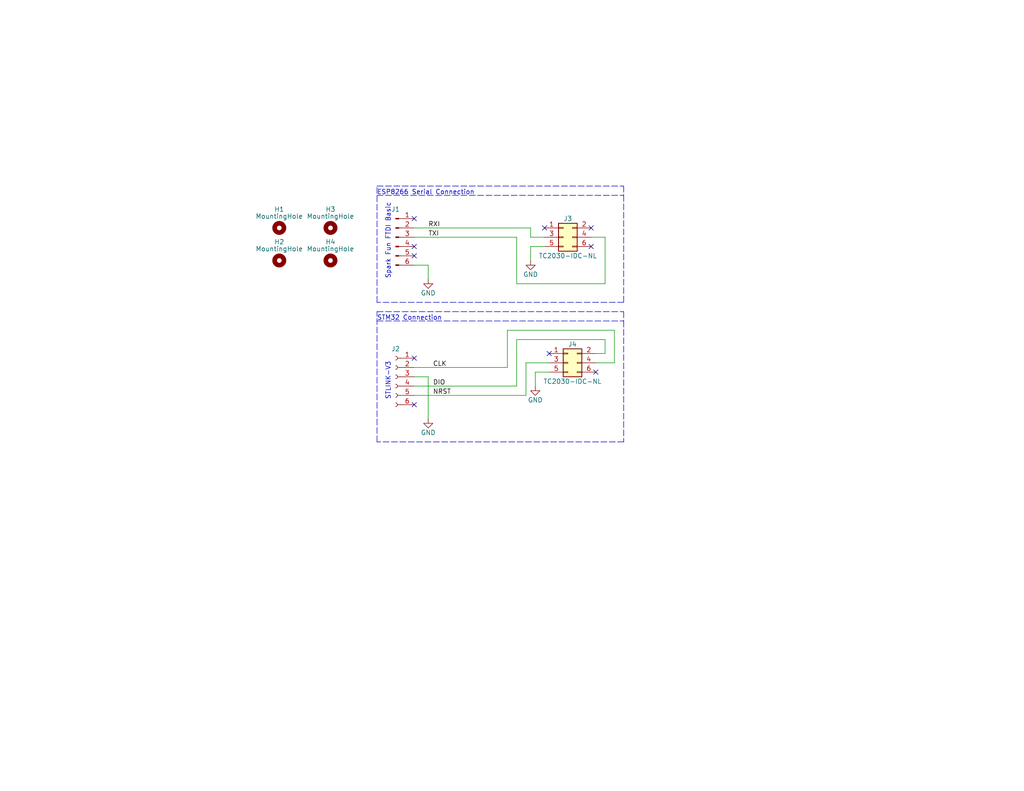
<source format=kicad_sch>
(kicad_sch (version 20211123) (generator eeschema)
  (paper "A")
  (title_block (title "Tag-Connect Breakout PCB") (date "2022-02-13") (company "erry Leumas"))
  (lib_symbols
    (symbol "Connector:Conn_01x06_Female" (pin_names (offset 1.016) hide)
      (property "Reference" "J" (at 0 7.62 0))
      (property "Value" "Conn_01x06_Female" (at 0 -10.16 0))
      (symbol "Conn_01x06_Female_1_1"
        (arc (start 0 -7.112) (mid -0.508 -7.62) (end 0 -8.128) (stroke (width 0.1524)))
        (arc (start 0 -4.572) (mid -0.508 -5.08) (end 0 -5.588) (stroke (width 0.1524)))
        (arc (start 0 -2.032) (mid -0.508 -2.54) (end 0 -3.048) (stroke (width 0.1524)))
        (polyline (pts (xy -1.27 -7.62) (xy -0.508 -7.62)) (stroke (width 0.1524)))
        (polyline (pts (xy -1.27 -5.08) (xy -0.508 -5.08)) (stroke (width 0.1524)))
        (polyline (pts (xy -1.27 -2.54) (xy -0.508 -2.54)) (stroke (width 0.1524)))
        (polyline (pts (xy -1.27 0) (xy -0.508 0)) (stroke (width 0.1524)))
        (polyline (pts (xy -1.27 2.54) (xy -0.508 2.54)) (stroke (width 0.1524)))
        (polyline (pts (xy -1.27 5.08) (xy -0.508 5.08)) (stroke (width 0.1524)))
        (arc (start 0 0.508) (mid -0.508 0) (end 0 -0.508) (stroke (width 0.1524)))
        (arc (start 0 3.048) (mid -0.508 2.54) (end 0 2.032) (stroke (width 0.1524)))
        (arc (start 0 5.588) (mid -0.508 5.08) (end 0 4.572) (stroke (width 0.1524)))
        (pin passive line (at -5.08 5.08 0) (length 3.81) (name "Pin_1") (number "1"))
        (pin passive line (at -5.08 2.54 0) (length 3.81) (name "Pin_2") (number "2"))
        (pin passive line (at -5.08 0 0) (length 3.81) (name "Pin_3") (number "3"))
        (pin passive line (at -5.08 -2.54 0) (length 3.81) (name "Pin_4") (number "4"))
        (pin passive line (at -5.08 -5.08 0) (length 3.81) (name "Pin_5") (number "5"))
        (pin passive line (at -5.08 -7.62 0) (length 3.81) (name "Pin_6") (number "6"))
      )
    )
    (symbol "Connector:Conn_01x06_Male" (pin_names (offset 1.016) hide)
      (property "Reference" "J" (at 0 7.62 0))
      (property "Value" "Conn_01x06_Male" (at 0 -10.16 0))
      (symbol "Conn_01x06_Male_1_1"
        (polyline (pts (xy 1.27 -7.62) (xy 0.8636 -7.62)) (stroke (width 0.1524)))
        (polyline (pts (xy 1.27 -5.08) (xy 0.8636 -5.08)) (stroke (width 0.1524)))
        (polyline (pts (xy 1.27 -2.54) (xy 0.8636 -2.54)) (stroke (width 0.1524)))
        (polyline (pts (xy 1.27 0) (xy 0.8636 0)) (stroke (width 0.1524)))
        (polyline (pts (xy 1.27 2.54) (xy 0.8636 2.54)) (stroke (width 0.1524)))
        (polyline (pts (xy 1.27 5.08) (xy 0.8636 5.08)) (stroke (width 0.1524)))
        (rectangle (start 0.8636 -7.493) (end 0 -7.747) (stroke (width 0.1524)) (fill (type outline)))
        (rectangle (start 0.8636 -4.953) (end 0 -5.207) (stroke (width 0.1524)) (fill (type outline)))
        (rectangle (start 0.8636 -2.413) (end 0 -2.667) (stroke (width 0.1524)) (fill (type outline)))
        (rectangle (start 0.8636 0.127) (end 0 -0.127) (stroke (width 0.1524)) (fill (type outline)))
        (rectangle (start 0.8636 2.667) (end 0 2.413) (stroke (width 0.1524)) (fill (type outline)))
        (rectangle (start 0.8636 5.207) (end 0 4.953) (stroke (width 0.1524)) (fill (type outline)))
        (pin passive line (at 5.08 5.08 180) (length 3.81) (name "Pin_1") (number "1"))
        (pin passive line (at 5.08 2.54 180) (length 3.81) (name "Pin_2") (number "2"))
        (pin passive line (at 5.08 0 180) (length 3.81) (name "Pin_3") (number "3"))
        (pin passive line (at 5.08 -2.54 180) (length 3.81) (name "Pin_4") (number "4"))
        (pin passive line (at 5.08 -5.08 180) (length 3.81) (name "Pin_5") (number "5"))
        (pin passive line (at 5.08 -7.62 180) (length 3.81) (name "Pin_6") (number "6"))
      )
    )
    (symbol "Connector_Generic:Conn_02x03_Odd_Even" (pin_names (offset 1.016) hide)
      (property "Reference" "J" (at 1.27 5.08 0))
      (property "Value" "Conn_02x03_Odd_Even" (at 1.27 -5.08 0))
      (symbol "Conn_02x03_Odd_Even_1_1"
        (rectangle (start -1.27 -2.413) (end 0 -2.667) (stroke (width 0.1524)))
        (rectangle (start -1.27 0.127) (end 0 -0.127) (stroke (width 0.1524)))
        (rectangle (start -1.27 2.667) (end 0 2.413) (stroke (width 0.1524)))
        (rectangle (start -1.27 3.81) (end 3.81 -3.81) (stroke (width 0.254)) (fill (type background)))
        (rectangle (start 3.81 -2.413) (end 2.54 -2.667) (stroke (width 0.1524)))
        (rectangle (start 3.81 0.127) (end 2.54 -0.127) (stroke (width 0.1524)))
        (rectangle (start 3.81 2.667) (end 2.54 2.413) (stroke (width 0.1524)))
        (pin passive line (at -5.08 2.54 0) (length 3.81) (name "Pin_1") (number "1"))
        (pin passive line (at 7.62 2.54 180) (length 3.81) (name "Pin_2") (number "2"))
        (pin passive line (at -5.08 0 0) (length 3.81) (name "Pin_3") (number "3"))
        (pin passive line (at 7.62 0 180) (length 3.81) (name "Pin_4") (number "4"))
        (pin passive line (at -5.08 -2.54 0) (length 3.81) (name "Pin_5") (number "5"))
        (pin passive line (at 7.62 -2.54 180) (length 3.81) (name "Pin_6") (number "6"))
      )
    )
    (symbol "Mechanical:MountingHole" (pin_names (offset 1.016))
      (property "Reference" "H" (at 0 5.08 0))
      (property "Value" "MountingHole" (at 0 3.175 0))
      (symbol "MountingHole_0_1"
        (circle (center 0 0) (radius 1.27) (stroke (width 1.27)))
      )
    )
    (symbol "power:GND" (power) (pin_names (offset 0))
      (property "Value" "GND" (at 0 -3.81 0))
      (symbol "GND_0_1"
        (polyline (pts (xy 0 0) (xy 0 -1.27) (xy 1.27 -1.27) (xy 0 -2.54) (xy -1.27 -1.27) (xy 0 -1.27)))
      )
      (symbol "GND_1_1"
        (pin power_in line (at 0 0 270) (length 0) hide (name "GND") (number "1"))
      )
    )
  )
  (no_connect (at 161.29 67.31))
  (no_connect (at 148.59 62.23))
  (no_connect (at 161.29 62.23))
  (no_connect (at 113.03 67.31))
  (no_connect (at 113.03 59.69))
  (no_connect (at 113.03 69.85))
  (no_connect (at 113.03 110.49))
  (no_connect (at 113.03 97.79))
  (no_connect (at 162.56 101.6))
  (no_connect (at 149.86 96.52))
  (polyline (pts (xy 102.87 53.34) (xy 170.18 53.34)))
  (wire (pts (xy 113.03 64.77) (xy 140.97 64.77)))
  (wire (pts (xy 144.78 71.12) (xy 144.78 67.31)))
  (wire (pts (xy 167.64 99.06) (xy 162.56 99.06)))
  (wire (pts (xy 165.1 64.77) (xy 161.29 64.77)))
  (wire (pts (xy 144.78 62.23) (xy 144.78 64.77)))
  (wire (pts (xy 146.05 105.41) (xy 146.05 101.6)))
  (wire (pts (xy 138.43 100.33) (xy 138.43 90.17)))
  (wire (pts (xy 140.97 92.71) (xy 165.1 92.71)))
  (wire (pts (xy 116.84 102.87) (xy 113.03 102.87)))
  (wire (pts (xy 113.03 100.33) (xy 138.43 100.33)))
  (polyline (pts (xy 170.18 87.63) (xy 170.18 120.65)))
  (wire (pts (xy 143.51 99.06) (xy 149.86 99.06)))
  (polyline (pts (xy 102.87 50.8) (xy 170.18 50.8)))
  (wire (pts (xy 167.64 90.17) (xy 167.64 99.06)))
  (polyline (pts (xy 170.18 50.8) (xy 170.18 53.34)))
  (wire (pts (xy 140.97 105.41) (xy 140.97 92.71)))
  (wire (pts (xy 165.1 77.47) (xy 165.1 64.77)))
  (wire (pts (xy 165.1 92.71) (xy 165.1 96.52)))
  (wire (pts (xy 144.78 64.77) (xy 148.59 64.77)))
  (wire (pts (xy 140.97 77.47) (xy 165.1 77.47)))
  (polyline (pts (xy 170.18 82.55) (xy 102.87 82.55)))
  (wire (pts (xy 113.03 105.41) (xy 140.97 105.41)))
  (wire (pts (xy 113.03 62.23) (xy 144.78 62.23)))
  (wire (pts (xy 143.51 107.95) (xy 143.51 99.06)))
  (wire (pts (xy 140.97 64.77) (xy 140.97 77.47)))
  (wire (pts (xy 113.03 107.95) (xy 143.51 107.95)))
  (polyline (pts (xy 102.87 87.63) (xy 170.18 87.63)))
  (wire (pts (xy 165.1 96.52) (xy 162.56 96.52)))
  (polyline (pts (xy 102.87 82.55) (xy 102.87 50.8)))
  (polyline (pts (xy 170.18 85.09) (xy 170.18 87.63)))
  (polyline (pts (xy 102.87 85.09) (xy 170.18 85.09)))
  (wire (pts (xy 113.03 72.39) (xy 116.84 72.39)))
  (polyline (pts (xy 170.18 53.34) (xy 170.18 82.55)))
  (wire (pts (xy 116.84 114.3) (xy 116.84 102.87)))
  (wire (pts (xy 138.43 90.17) (xy 167.64 90.17)))
  (wire (pts (xy 146.05 101.6) (xy 149.86 101.6)))
  (polyline (pts (xy 170.18 120.65) (xy 102.87 120.65)))
  (wire (pts (xy 116.84 72.39) (xy 116.84 76.2)))
  (polyline (pts (xy 102.87 120.65) (xy 102.87 85.09)))
  (wire (pts (xy 144.78 67.31) (xy 148.59 67.31)))
  (text "Spark Fun FTDI Basic" (at 106.68 76.2 90) (effects (font (size 1.27 1.27)) (justify left bottom)))
  (text "STM32 Connection" (at 102.87 87.63 0) (effects (font (size 1.27 1.27)) (justify left bottom)))
  (text "ESP8266 Serial Connection" (at 102.87 53.34 0) (effects (font (size 1.27 1.27)) (justify left bottom)))
  (text "STLINK-V3 " (at 106.68 109.22 90) (effects (font (size 1.27 1.27)) (justify left bottom)))
  (label "CLK" (at 118.11 100.33 0))
  (label "DIO" (at 118.11 105.41 0))
  (label "RXI" (at 116.84 62.23 0))
  (label "NRST" (at 118.11 107.95 0))
  (label "TXI" (at 116.84 64.77 0))
  (symbol (lib_id "Mechanical:MountingHole") (at 76.2 62.23 0) (unit 1)
    (property "Reference" "H1" (at 76.2 57.15 0))
    (property "Value" "MountingHole" (at 76.2 59.055 0))
    (property "Footprint" "MountingHole:MountingHole_3.2mm_M3" (effects hide))
  )
  (symbol (lib_id "Mechanical:MountingHole") (at 76.2 71.12 0) (unit 1)
    (property "Reference" "H2" (at 76.2 66.04 0))
    (property "Value" "MountingHole" (at 76.2 67.945 0))
    (property "Footprint" "MountingHole:MountingHole_3.2mm_M3" (effects hide))
  )
  (symbol (lib_id "Mechanical:MountingHole") (at 90.17 62.23 0) (unit 1)
    (property "Reference" "H3" (at 90.17 57.15 0))
    (property "Value" "MountingHole" (at 90.17 59.055 0))
    (property "Footprint" "MountingHole:MountingHole_3.2mm_M3" (effects hide))
  )
  (symbol (lib_id "Connector_Generic:Conn_02x03_Odd_Even") (at 153.67 64.77 0) (unit 1)
    (property "Reference" "J3" (at 154.94 59.69 0))
    (property "Value" "TC2030-IDC-NL" (at 154.94 69.85 0))
    (property "Footprint" "Connector_PinHeader_2.54mm:PinHeader_2x03_P2.54mm_Vertical" (effects hide))
  )
  (symbol (lib_id "Mechanical:MountingHole") (at 90.17 71.12 0) (unit 1)
    (property "Reference" "H4" (at 90.17 66.04 0))
    (property "Value" "MountingHole" (at 90.17 67.945 0))
    (property "Footprint" "MountingHole:MountingHole_3.2mm_M3" (effects hide))
  )
  (symbol (lib_id "power:GND") (at 116.84 114.3 0) (unit 1)
    (property "Reference" "#PWR02" (effects hide))
    (property "Value" "GND" (at 116.84 118.11 0))
  )
  (symbol (lib_id "Connector:Conn_01x06_Female") (at 107.95 102.87 0) (mirror y) (unit 1)
    (property "Reference" "J2" (at 107.95 95.25 0))
    (property "Value" "Conn_01x06_Female" (effects hide))
    (property "Footprint" "Connector_PinSocket_2.54mm:PinSocket_1x06_P2.54mm_Vertical" (effects hide))
  )
  (symbol (lib_id "power:GND") (at 144.78 71.12 0) (unit 1)
    (property "Reference" "#PWR03" (effects hide))
    (property "Value" "GND" (at 144.78 74.93 0))
  )
  (symbol (lib_id "power:GND") (at 146.05 105.41 0) (unit 1)
    (property "Reference" "#PWR04" (effects hide))
    (property "Value" "GND" (at 146.05 109.22 0))
  )
  (symbol (lib_id "Connector_Generic:Conn_02x03_Odd_Even") (at 154.94 99.06 0) (unit 1)
    (property "Reference" "J4" (at 156.21 93.98 0))
    (property "Value" "TC2030-IDC-NL" (at 156.21 104.14 0))
    (property "Footprint" "Connector_PinHeader_2.54mm:PinHeader_2x03_P2.54mm_Vertical" (effects hide))
  )
  (symbol (lib_id "Connector:Conn_01x06_Male") (at 107.95 64.77 0) (unit 1)
    (property "Reference" "J1" (at 107.95 57.15 0))
    (property "Value" "Conn_01x06_Male" (effects hide))
    (property "Footprint" "Connector_PinHeader_2.54mm:PinHeader_1x06_P2.54mm_Vertical" (effects hide))
  )
  (symbol (lib_id "power:GND") (at 116.84 76.2 0) (unit 1)
    (property "Reference" "#PWR01" (effects hide))
    (property "Value" "GND" (at 116.84 80.01 0))
  )
)
</source>
